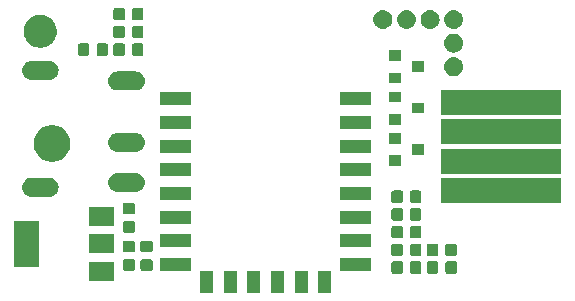
<source format=gbr>
G04 #@! TF.GenerationSoftware,KiCad,Pcbnew,5.0.1*
G04 #@! TF.CreationDate,2019-01-30T09:30:50+01:00*
G04 #@! TF.ProjectId,esp8266_rgb_strip_controller,657370383236365F736578795F737472,rev?*
G04 #@! TF.SameCoordinates,Original*
G04 #@! TF.FileFunction,Soldermask,Top*
G04 #@! TF.FilePolarity,Negative*
%FSLAX46Y46*%
G04 Gerber Fmt 4.6, Leading zero omitted, Abs format (unit mm)*
G04 Created by KiCad (PCBNEW 5.0.1) date Wed 30 Jan 2019 09:30:50 AM CET*
%MOMM*%
%LPD*%
G01*
G04 APERTURE LIST*
%ADD10C,0.100000*%
G04 APERTURE END LIST*
D10*
G36*
X112626001Y-84176001D02*
X111524001Y-84176001D01*
X111524001Y-82274001D01*
X112626001Y-82274001D01*
X112626001Y-84176001D01*
X112626001Y-84176001D01*
G37*
G36*
X120626001Y-84176001D02*
X119524001Y-84176001D01*
X119524001Y-82274001D01*
X120626001Y-82274001D01*
X120626001Y-84176001D01*
X120626001Y-84176001D01*
G37*
G36*
X122626001Y-84176001D02*
X121524001Y-84176001D01*
X121524001Y-82274001D01*
X122626001Y-82274001D01*
X122626001Y-84176001D01*
X122626001Y-84176001D01*
G37*
G36*
X118626001Y-84176001D02*
X117524001Y-84176001D01*
X117524001Y-82274001D01*
X118626001Y-82274001D01*
X118626001Y-84176001D01*
X118626001Y-84176001D01*
G37*
G36*
X114626001Y-84176001D02*
X113524001Y-84176001D01*
X113524001Y-82274001D01*
X114626001Y-82274001D01*
X114626001Y-84176001D01*
X114626001Y-84176001D01*
G37*
G36*
X116626001Y-84176001D02*
X115524001Y-84176001D01*
X115524001Y-82274001D01*
X116626001Y-82274001D01*
X116626001Y-84176001D01*
X116626001Y-84176001D01*
G37*
G36*
X104201000Y-83101000D02*
X102099000Y-83101000D01*
X102099000Y-81499000D01*
X104201000Y-81499000D01*
X104201000Y-83101000D01*
X104201000Y-83101000D01*
G37*
G36*
X130129591Y-81478085D02*
X130163569Y-81488393D01*
X130194887Y-81505133D01*
X130222339Y-81527661D01*
X130244867Y-81555113D01*
X130261607Y-81586431D01*
X130271915Y-81620409D01*
X130276000Y-81661890D01*
X130276000Y-82338110D01*
X130271915Y-82379591D01*
X130261607Y-82413569D01*
X130244867Y-82444887D01*
X130222339Y-82472339D01*
X130194887Y-82494867D01*
X130163569Y-82511607D01*
X130129591Y-82521915D01*
X130088110Y-82526000D01*
X129486890Y-82526000D01*
X129445409Y-82521915D01*
X129411431Y-82511607D01*
X129380113Y-82494867D01*
X129352661Y-82472339D01*
X129330133Y-82444887D01*
X129313393Y-82413569D01*
X129303085Y-82379591D01*
X129299000Y-82338110D01*
X129299000Y-81661890D01*
X129303085Y-81620409D01*
X129313393Y-81586431D01*
X129330133Y-81555113D01*
X129352661Y-81527661D01*
X129380113Y-81505133D01*
X129411431Y-81488393D01*
X129445409Y-81478085D01*
X129486890Y-81474000D01*
X130088110Y-81474000D01*
X130129591Y-81478085D01*
X130129591Y-81478085D01*
G37*
G36*
X133129591Y-81478085D02*
X133163569Y-81488393D01*
X133194887Y-81505133D01*
X133222339Y-81527661D01*
X133244867Y-81555113D01*
X133261607Y-81586431D01*
X133271915Y-81620409D01*
X133276000Y-81661890D01*
X133276000Y-82338110D01*
X133271915Y-82379591D01*
X133261607Y-82413569D01*
X133244867Y-82444887D01*
X133222339Y-82472339D01*
X133194887Y-82494867D01*
X133163569Y-82511607D01*
X133129591Y-82521915D01*
X133088110Y-82526000D01*
X132486890Y-82526000D01*
X132445409Y-82521915D01*
X132411431Y-82511607D01*
X132380113Y-82494867D01*
X132352661Y-82472339D01*
X132330133Y-82444887D01*
X132313393Y-82413569D01*
X132303085Y-82379591D01*
X132299000Y-82338110D01*
X132299000Y-81661890D01*
X132303085Y-81620409D01*
X132313393Y-81586431D01*
X132330133Y-81555113D01*
X132352661Y-81527661D01*
X132380113Y-81505133D01*
X132411431Y-81488393D01*
X132445409Y-81478085D01*
X132486890Y-81474000D01*
X133088110Y-81474000D01*
X133129591Y-81478085D01*
X133129591Y-81478085D01*
G37*
G36*
X128554591Y-81478085D02*
X128588569Y-81488393D01*
X128619887Y-81505133D01*
X128647339Y-81527661D01*
X128669867Y-81555113D01*
X128686607Y-81586431D01*
X128696915Y-81620409D01*
X128701000Y-81661890D01*
X128701000Y-82338110D01*
X128696915Y-82379591D01*
X128686607Y-82413569D01*
X128669867Y-82444887D01*
X128647339Y-82472339D01*
X128619887Y-82494867D01*
X128588569Y-82511607D01*
X128554591Y-82521915D01*
X128513110Y-82526000D01*
X127911890Y-82526000D01*
X127870409Y-82521915D01*
X127836431Y-82511607D01*
X127805113Y-82494867D01*
X127777661Y-82472339D01*
X127755133Y-82444887D01*
X127738393Y-82413569D01*
X127728085Y-82379591D01*
X127724000Y-82338110D01*
X127724000Y-81661890D01*
X127728085Y-81620409D01*
X127738393Y-81586431D01*
X127755133Y-81555113D01*
X127777661Y-81527661D01*
X127805113Y-81505133D01*
X127836431Y-81488393D01*
X127870409Y-81478085D01*
X127911890Y-81474000D01*
X128513110Y-81474000D01*
X128554591Y-81478085D01*
X128554591Y-81478085D01*
G37*
G36*
X131554591Y-81478085D02*
X131588569Y-81488393D01*
X131619887Y-81505133D01*
X131647339Y-81527661D01*
X131669867Y-81555113D01*
X131686607Y-81586431D01*
X131696915Y-81620409D01*
X131701000Y-81661890D01*
X131701000Y-82338110D01*
X131696915Y-82379591D01*
X131686607Y-82413569D01*
X131669867Y-82444887D01*
X131647339Y-82472339D01*
X131619887Y-82494867D01*
X131588569Y-82511607D01*
X131554591Y-82521915D01*
X131513110Y-82526000D01*
X130911890Y-82526000D01*
X130870409Y-82521915D01*
X130836431Y-82511607D01*
X130805113Y-82494867D01*
X130777661Y-82472339D01*
X130755133Y-82444887D01*
X130738393Y-82413569D01*
X130728085Y-82379591D01*
X130724000Y-82338110D01*
X130724000Y-81661890D01*
X130728085Y-81620409D01*
X130738393Y-81586431D01*
X130755133Y-81555113D01*
X130777661Y-81527661D01*
X130805113Y-81505133D01*
X130836431Y-81488393D01*
X130870409Y-81478085D01*
X130911890Y-81474000D01*
X131513110Y-81474000D01*
X131554591Y-81478085D01*
X131554591Y-81478085D01*
G37*
G36*
X110776001Y-82276001D02*
X108174001Y-82276001D01*
X108174001Y-81174001D01*
X110776001Y-81174001D01*
X110776001Y-82276001D01*
X110776001Y-82276001D01*
G37*
G36*
X125976001Y-82276001D02*
X123374001Y-82276001D01*
X123374001Y-81174001D01*
X125976001Y-81174001D01*
X125976001Y-82276001D01*
X125976001Y-82276001D01*
G37*
G36*
X105879591Y-81303085D02*
X105913569Y-81313393D01*
X105944887Y-81330133D01*
X105972339Y-81352661D01*
X105994867Y-81380113D01*
X106011607Y-81411431D01*
X106021915Y-81445409D01*
X106026000Y-81486890D01*
X106026000Y-82088110D01*
X106021915Y-82129591D01*
X106011607Y-82163569D01*
X105994867Y-82194887D01*
X105972339Y-82222339D01*
X105944887Y-82244867D01*
X105913569Y-82261607D01*
X105879591Y-82271915D01*
X105838110Y-82276000D01*
X105161890Y-82276000D01*
X105120409Y-82271915D01*
X105086431Y-82261607D01*
X105055113Y-82244867D01*
X105027661Y-82222339D01*
X105005133Y-82194887D01*
X104988393Y-82163569D01*
X104978085Y-82129591D01*
X104974000Y-82088110D01*
X104974000Y-81486890D01*
X104978085Y-81445409D01*
X104988393Y-81411431D01*
X105005133Y-81380113D01*
X105027661Y-81352661D01*
X105055113Y-81330133D01*
X105086431Y-81313393D01*
X105120409Y-81303085D01*
X105161890Y-81299000D01*
X105838110Y-81299000D01*
X105879591Y-81303085D01*
X105879591Y-81303085D01*
G37*
G36*
X107379591Y-81303085D02*
X107413569Y-81313393D01*
X107444887Y-81330133D01*
X107472339Y-81352661D01*
X107494867Y-81380113D01*
X107511607Y-81411431D01*
X107521915Y-81445409D01*
X107526000Y-81486890D01*
X107526000Y-82088110D01*
X107521915Y-82129591D01*
X107511607Y-82163569D01*
X107494867Y-82194887D01*
X107472339Y-82222339D01*
X107444887Y-82244867D01*
X107413569Y-82261607D01*
X107379591Y-82271915D01*
X107338110Y-82276000D01*
X106661890Y-82276000D01*
X106620409Y-82271915D01*
X106586431Y-82261607D01*
X106555113Y-82244867D01*
X106527661Y-82222339D01*
X106505133Y-82194887D01*
X106488393Y-82163569D01*
X106478085Y-82129591D01*
X106474000Y-82088110D01*
X106474000Y-81486890D01*
X106478085Y-81445409D01*
X106488393Y-81411431D01*
X106505133Y-81380113D01*
X106527661Y-81352661D01*
X106555113Y-81330133D01*
X106586431Y-81313393D01*
X106620409Y-81303085D01*
X106661890Y-81299000D01*
X107338110Y-81299000D01*
X107379591Y-81303085D01*
X107379591Y-81303085D01*
G37*
G36*
X97901000Y-81951000D02*
X95799000Y-81951000D01*
X95799000Y-78049000D01*
X97901000Y-78049000D01*
X97901000Y-81951000D01*
X97901000Y-81951000D01*
G37*
G36*
X133129591Y-79978085D02*
X133163569Y-79988393D01*
X133194887Y-80005133D01*
X133222339Y-80027661D01*
X133244867Y-80055113D01*
X133261607Y-80086431D01*
X133271915Y-80120409D01*
X133276000Y-80161890D01*
X133276000Y-80838110D01*
X133271915Y-80879591D01*
X133261607Y-80913569D01*
X133244867Y-80944887D01*
X133222339Y-80972339D01*
X133194887Y-80994867D01*
X133163569Y-81011607D01*
X133129591Y-81021915D01*
X133088110Y-81026000D01*
X132486890Y-81026000D01*
X132445409Y-81021915D01*
X132411431Y-81011607D01*
X132380113Y-80994867D01*
X132352661Y-80972339D01*
X132330133Y-80944887D01*
X132313393Y-80913569D01*
X132303085Y-80879591D01*
X132299000Y-80838110D01*
X132299000Y-80161890D01*
X132303085Y-80120409D01*
X132313393Y-80086431D01*
X132330133Y-80055113D01*
X132352661Y-80027661D01*
X132380113Y-80005133D01*
X132411431Y-79988393D01*
X132445409Y-79978085D01*
X132486890Y-79974000D01*
X133088110Y-79974000D01*
X133129591Y-79978085D01*
X133129591Y-79978085D01*
G37*
G36*
X131554591Y-79978085D02*
X131588569Y-79988393D01*
X131619887Y-80005133D01*
X131647339Y-80027661D01*
X131669867Y-80055113D01*
X131686607Y-80086431D01*
X131696915Y-80120409D01*
X131701000Y-80161890D01*
X131701000Y-80838110D01*
X131696915Y-80879591D01*
X131686607Y-80913569D01*
X131669867Y-80944887D01*
X131647339Y-80972339D01*
X131619887Y-80994867D01*
X131588569Y-81011607D01*
X131554591Y-81021915D01*
X131513110Y-81026000D01*
X130911890Y-81026000D01*
X130870409Y-81021915D01*
X130836431Y-81011607D01*
X130805113Y-80994867D01*
X130777661Y-80972339D01*
X130755133Y-80944887D01*
X130738393Y-80913569D01*
X130728085Y-80879591D01*
X130724000Y-80838110D01*
X130724000Y-80161890D01*
X130728085Y-80120409D01*
X130738393Y-80086431D01*
X130755133Y-80055113D01*
X130777661Y-80027661D01*
X130805113Y-80005133D01*
X130836431Y-79988393D01*
X130870409Y-79978085D01*
X130911890Y-79974000D01*
X131513110Y-79974000D01*
X131554591Y-79978085D01*
X131554591Y-79978085D01*
G37*
G36*
X128554591Y-79978085D02*
X128588569Y-79988393D01*
X128619887Y-80005133D01*
X128647339Y-80027661D01*
X128669867Y-80055113D01*
X128686607Y-80086431D01*
X128696915Y-80120409D01*
X128701000Y-80161890D01*
X128701000Y-80838110D01*
X128696915Y-80879591D01*
X128686607Y-80913569D01*
X128669867Y-80944887D01*
X128647339Y-80972339D01*
X128619887Y-80994867D01*
X128588569Y-81011607D01*
X128554591Y-81021915D01*
X128513110Y-81026000D01*
X127911890Y-81026000D01*
X127870409Y-81021915D01*
X127836431Y-81011607D01*
X127805113Y-80994867D01*
X127777661Y-80972339D01*
X127755133Y-80944887D01*
X127738393Y-80913569D01*
X127728085Y-80879591D01*
X127724000Y-80838110D01*
X127724000Y-80161890D01*
X127728085Y-80120409D01*
X127738393Y-80086431D01*
X127755133Y-80055113D01*
X127777661Y-80027661D01*
X127805113Y-80005133D01*
X127836431Y-79988393D01*
X127870409Y-79978085D01*
X127911890Y-79974000D01*
X128513110Y-79974000D01*
X128554591Y-79978085D01*
X128554591Y-79978085D01*
G37*
G36*
X130129591Y-79978085D02*
X130163569Y-79988393D01*
X130194887Y-80005133D01*
X130222339Y-80027661D01*
X130244867Y-80055113D01*
X130261607Y-80086431D01*
X130271915Y-80120409D01*
X130276000Y-80161890D01*
X130276000Y-80838110D01*
X130271915Y-80879591D01*
X130261607Y-80913569D01*
X130244867Y-80944887D01*
X130222339Y-80972339D01*
X130194887Y-80994867D01*
X130163569Y-81011607D01*
X130129591Y-81021915D01*
X130088110Y-81026000D01*
X129486890Y-81026000D01*
X129445409Y-81021915D01*
X129411431Y-81011607D01*
X129380113Y-80994867D01*
X129352661Y-80972339D01*
X129330133Y-80944887D01*
X129313393Y-80913569D01*
X129303085Y-80879591D01*
X129299000Y-80838110D01*
X129299000Y-80161890D01*
X129303085Y-80120409D01*
X129313393Y-80086431D01*
X129330133Y-80055113D01*
X129352661Y-80027661D01*
X129380113Y-80005133D01*
X129411431Y-79988393D01*
X129445409Y-79978085D01*
X129486890Y-79974000D01*
X130088110Y-79974000D01*
X130129591Y-79978085D01*
X130129591Y-79978085D01*
G37*
G36*
X104201000Y-80801000D02*
X102099000Y-80801000D01*
X102099000Y-79199000D01*
X104201000Y-79199000D01*
X104201000Y-80801000D01*
X104201000Y-80801000D01*
G37*
G36*
X107379591Y-79728085D02*
X107413569Y-79738393D01*
X107444887Y-79755133D01*
X107472339Y-79777661D01*
X107494867Y-79805113D01*
X107511607Y-79836431D01*
X107521915Y-79870409D01*
X107526000Y-79911890D01*
X107526000Y-80513110D01*
X107521915Y-80554591D01*
X107511607Y-80588569D01*
X107494867Y-80619887D01*
X107472339Y-80647339D01*
X107444887Y-80669867D01*
X107413569Y-80686607D01*
X107379591Y-80696915D01*
X107338110Y-80701000D01*
X106661890Y-80701000D01*
X106620409Y-80696915D01*
X106586431Y-80686607D01*
X106555113Y-80669867D01*
X106527661Y-80647339D01*
X106505133Y-80619887D01*
X106488393Y-80588569D01*
X106478085Y-80554591D01*
X106474000Y-80513110D01*
X106474000Y-79911890D01*
X106478085Y-79870409D01*
X106488393Y-79836431D01*
X106505133Y-79805113D01*
X106527661Y-79777661D01*
X106555113Y-79755133D01*
X106586431Y-79738393D01*
X106620409Y-79728085D01*
X106661890Y-79724000D01*
X107338110Y-79724000D01*
X107379591Y-79728085D01*
X107379591Y-79728085D01*
G37*
G36*
X105879591Y-79728085D02*
X105913569Y-79738393D01*
X105944887Y-79755133D01*
X105972339Y-79777661D01*
X105994867Y-79805113D01*
X106011607Y-79836431D01*
X106021915Y-79870409D01*
X106026000Y-79911890D01*
X106026000Y-80513110D01*
X106021915Y-80554591D01*
X106011607Y-80588569D01*
X105994867Y-80619887D01*
X105972339Y-80647339D01*
X105944887Y-80669867D01*
X105913569Y-80686607D01*
X105879591Y-80696915D01*
X105838110Y-80701000D01*
X105161890Y-80701000D01*
X105120409Y-80696915D01*
X105086431Y-80686607D01*
X105055113Y-80669867D01*
X105027661Y-80647339D01*
X105005133Y-80619887D01*
X104988393Y-80588569D01*
X104978085Y-80554591D01*
X104974000Y-80513110D01*
X104974000Y-79911890D01*
X104978085Y-79870409D01*
X104988393Y-79836431D01*
X105005133Y-79805113D01*
X105027661Y-79777661D01*
X105055113Y-79755133D01*
X105086431Y-79738393D01*
X105120409Y-79728085D01*
X105161890Y-79724000D01*
X105838110Y-79724000D01*
X105879591Y-79728085D01*
X105879591Y-79728085D01*
G37*
G36*
X110776001Y-80276001D02*
X108174001Y-80276001D01*
X108174001Y-79174001D01*
X110776001Y-79174001D01*
X110776001Y-80276001D01*
X110776001Y-80276001D01*
G37*
G36*
X125976001Y-80276001D02*
X123374001Y-80276001D01*
X123374001Y-79174001D01*
X125976001Y-79174001D01*
X125976001Y-80276001D01*
X125976001Y-80276001D01*
G37*
G36*
X130129591Y-78478085D02*
X130163569Y-78488393D01*
X130194887Y-78505133D01*
X130222339Y-78527661D01*
X130244867Y-78555113D01*
X130261607Y-78586431D01*
X130271915Y-78620409D01*
X130276000Y-78661890D01*
X130276000Y-79338110D01*
X130271915Y-79379591D01*
X130261607Y-79413569D01*
X130244867Y-79444887D01*
X130222339Y-79472339D01*
X130194887Y-79494867D01*
X130163569Y-79511607D01*
X130129591Y-79521915D01*
X130088110Y-79526000D01*
X129486890Y-79526000D01*
X129445409Y-79521915D01*
X129411431Y-79511607D01*
X129380113Y-79494867D01*
X129352661Y-79472339D01*
X129330133Y-79444887D01*
X129313393Y-79413569D01*
X129303085Y-79379591D01*
X129299000Y-79338110D01*
X129299000Y-78661890D01*
X129303085Y-78620409D01*
X129313393Y-78586431D01*
X129330133Y-78555113D01*
X129352661Y-78527661D01*
X129380113Y-78505133D01*
X129411431Y-78488393D01*
X129445409Y-78478085D01*
X129486890Y-78474000D01*
X130088110Y-78474000D01*
X130129591Y-78478085D01*
X130129591Y-78478085D01*
G37*
G36*
X128554591Y-78478085D02*
X128588569Y-78488393D01*
X128619887Y-78505133D01*
X128647339Y-78527661D01*
X128669867Y-78555113D01*
X128686607Y-78586431D01*
X128696915Y-78620409D01*
X128701000Y-78661890D01*
X128701000Y-79338110D01*
X128696915Y-79379591D01*
X128686607Y-79413569D01*
X128669867Y-79444887D01*
X128647339Y-79472339D01*
X128619887Y-79494867D01*
X128588569Y-79511607D01*
X128554591Y-79521915D01*
X128513110Y-79526000D01*
X127911890Y-79526000D01*
X127870409Y-79521915D01*
X127836431Y-79511607D01*
X127805113Y-79494867D01*
X127777661Y-79472339D01*
X127755133Y-79444887D01*
X127738393Y-79413569D01*
X127728085Y-79379591D01*
X127724000Y-79338110D01*
X127724000Y-78661890D01*
X127728085Y-78620409D01*
X127738393Y-78586431D01*
X127755133Y-78555113D01*
X127777661Y-78527661D01*
X127805113Y-78505133D01*
X127836431Y-78488393D01*
X127870409Y-78478085D01*
X127911890Y-78474000D01*
X128513110Y-78474000D01*
X128554591Y-78478085D01*
X128554591Y-78478085D01*
G37*
G36*
X105879591Y-78090585D02*
X105913569Y-78100893D01*
X105944887Y-78117633D01*
X105972339Y-78140161D01*
X105994867Y-78167613D01*
X106011607Y-78198931D01*
X106021915Y-78232909D01*
X106026000Y-78274390D01*
X106026000Y-78875610D01*
X106021915Y-78917091D01*
X106011607Y-78951069D01*
X105994867Y-78982387D01*
X105972339Y-79009839D01*
X105944887Y-79032367D01*
X105913569Y-79049107D01*
X105879591Y-79059415D01*
X105838110Y-79063500D01*
X105161890Y-79063500D01*
X105120409Y-79059415D01*
X105086431Y-79049107D01*
X105055113Y-79032367D01*
X105027661Y-79009839D01*
X105005133Y-78982387D01*
X104988393Y-78951069D01*
X104978085Y-78917091D01*
X104974000Y-78875610D01*
X104974000Y-78274390D01*
X104978085Y-78232909D01*
X104988393Y-78198931D01*
X105005133Y-78167613D01*
X105027661Y-78140161D01*
X105055113Y-78117633D01*
X105086431Y-78100893D01*
X105120409Y-78090585D01*
X105161890Y-78086500D01*
X105838110Y-78086500D01*
X105879591Y-78090585D01*
X105879591Y-78090585D01*
G37*
G36*
X104201000Y-78501000D02*
X102099000Y-78501000D01*
X102099000Y-76899000D01*
X104201000Y-76899000D01*
X104201000Y-78501000D01*
X104201000Y-78501000D01*
G37*
G36*
X110776001Y-78276001D02*
X108174001Y-78276001D01*
X108174001Y-77174001D01*
X110776001Y-77174001D01*
X110776001Y-78276001D01*
X110776001Y-78276001D01*
G37*
G36*
X125976001Y-78276001D02*
X123374001Y-78276001D01*
X123374001Y-77174001D01*
X125976001Y-77174001D01*
X125976001Y-78276001D01*
X125976001Y-78276001D01*
G37*
G36*
X128554591Y-76978085D02*
X128588569Y-76988393D01*
X128619887Y-77005133D01*
X128647339Y-77027661D01*
X128669867Y-77055113D01*
X128686607Y-77086431D01*
X128696915Y-77120409D01*
X128701000Y-77161890D01*
X128701000Y-77838110D01*
X128696915Y-77879591D01*
X128686607Y-77913569D01*
X128669867Y-77944887D01*
X128647339Y-77972339D01*
X128619887Y-77994867D01*
X128588569Y-78011607D01*
X128554591Y-78021915D01*
X128513110Y-78026000D01*
X127911890Y-78026000D01*
X127870409Y-78021915D01*
X127836431Y-78011607D01*
X127805113Y-77994867D01*
X127777661Y-77972339D01*
X127755133Y-77944887D01*
X127738393Y-77913569D01*
X127728085Y-77879591D01*
X127724000Y-77838110D01*
X127724000Y-77161890D01*
X127728085Y-77120409D01*
X127738393Y-77086431D01*
X127755133Y-77055113D01*
X127777661Y-77027661D01*
X127805113Y-77005133D01*
X127836431Y-76988393D01*
X127870409Y-76978085D01*
X127911890Y-76974000D01*
X128513110Y-76974000D01*
X128554591Y-76978085D01*
X128554591Y-76978085D01*
G37*
G36*
X130129591Y-76978085D02*
X130163569Y-76988393D01*
X130194887Y-77005133D01*
X130222339Y-77027661D01*
X130244867Y-77055113D01*
X130261607Y-77086431D01*
X130271915Y-77120409D01*
X130276000Y-77161890D01*
X130276000Y-77838110D01*
X130271915Y-77879591D01*
X130261607Y-77913569D01*
X130244867Y-77944887D01*
X130222339Y-77972339D01*
X130194887Y-77994867D01*
X130163569Y-78011607D01*
X130129591Y-78021915D01*
X130088110Y-78026000D01*
X129486890Y-78026000D01*
X129445409Y-78021915D01*
X129411431Y-78011607D01*
X129380113Y-77994867D01*
X129352661Y-77972339D01*
X129330133Y-77944887D01*
X129313393Y-77913569D01*
X129303085Y-77879591D01*
X129299000Y-77838110D01*
X129299000Y-77161890D01*
X129303085Y-77120409D01*
X129313393Y-77086431D01*
X129330133Y-77055113D01*
X129352661Y-77027661D01*
X129380113Y-77005133D01*
X129411431Y-76988393D01*
X129445409Y-76978085D01*
X129486890Y-76974000D01*
X130088110Y-76974000D01*
X130129591Y-76978085D01*
X130129591Y-76978085D01*
G37*
G36*
X105879591Y-76515585D02*
X105913569Y-76525893D01*
X105944887Y-76542633D01*
X105972339Y-76565161D01*
X105994867Y-76592613D01*
X106011607Y-76623931D01*
X106021915Y-76657909D01*
X106026000Y-76699390D01*
X106026000Y-77300610D01*
X106021915Y-77342091D01*
X106011607Y-77376069D01*
X105994867Y-77407387D01*
X105972339Y-77434839D01*
X105944887Y-77457367D01*
X105913569Y-77474107D01*
X105879591Y-77484415D01*
X105838110Y-77488500D01*
X105161890Y-77488500D01*
X105120409Y-77484415D01*
X105086431Y-77474107D01*
X105055113Y-77457367D01*
X105027661Y-77434839D01*
X105005133Y-77407387D01*
X104988393Y-77376069D01*
X104978085Y-77342091D01*
X104974000Y-77300610D01*
X104974000Y-76699390D01*
X104978085Y-76657909D01*
X104988393Y-76623931D01*
X105005133Y-76592613D01*
X105027661Y-76565161D01*
X105055113Y-76542633D01*
X105086431Y-76525893D01*
X105120409Y-76515585D01*
X105161890Y-76511500D01*
X105838110Y-76511500D01*
X105879591Y-76515585D01*
X105879591Y-76515585D01*
G37*
G36*
X142051000Y-76551000D02*
X131949000Y-76551000D01*
X131949000Y-74449000D01*
X142051000Y-74449000D01*
X142051000Y-76551000D01*
X142051000Y-76551000D01*
G37*
G36*
X130129591Y-75478085D02*
X130163569Y-75488393D01*
X130194887Y-75505133D01*
X130222339Y-75527661D01*
X130244867Y-75555113D01*
X130261607Y-75586431D01*
X130271915Y-75620409D01*
X130276000Y-75661890D01*
X130276000Y-76338110D01*
X130271915Y-76379591D01*
X130261607Y-76413569D01*
X130244867Y-76444887D01*
X130222339Y-76472339D01*
X130194887Y-76494867D01*
X130163569Y-76511607D01*
X130129591Y-76521915D01*
X130088110Y-76526000D01*
X129486890Y-76526000D01*
X129445409Y-76521915D01*
X129411431Y-76511607D01*
X129380113Y-76494867D01*
X129352661Y-76472339D01*
X129330133Y-76444887D01*
X129313393Y-76413569D01*
X129303085Y-76379591D01*
X129299000Y-76338110D01*
X129299000Y-75661890D01*
X129303085Y-75620409D01*
X129313393Y-75586431D01*
X129330133Y-75555113D01*
X129352661Y-75527661D01*
X129380113Y-75505133D01*
X129411431Y-75488393D01*
X129445409Y-75478085D01*
X129486890Y-75474000D01*
X130088110Y-75474000D01*
X130129591Y-75478085D01*
X130129591Y-75478085D01*
G37*
G36*
X128554591Y-75478085D02*
X128588569Y-75488393D01*
X128619887Y-75505133D01*
X128647339Y-75527661D01*
X128669867Y-75555113D01*
X128686607Y-75586431D01*
X128696915Y-75620409D01*
X128701000Y-75661890D01*
X128701000Y-76338110D01*
X128696915Y-76379591D01*
X128686607Y-76413569D01*
X128669867Y-76444887D01*
X128647339Y-76472339D01*
X128619887Y-76494867D01*
X128588569Y-76511607D01*
X128554591Y-76521915D01*
X128513110Y-76526000D01*
X127911890Y-76526000D01*
X127870409Y-76521915D01*
X127836431Y-76511607D01*
X127805113Y-76494867D01*
X127777661Y-76472339D01*
X127755133Y-76444887D01*
X127738393Y-76413569D01*
X127728085Y-76379591D01*
X127724000Y-76338110D01*
X127724000Y-75661890D01*
X127728085Y-75620409D01*
X127738393Y-75586431D01*
X127755133Y-75555113D01*
X127777661Y-75527661D01*
X127805113Y-75505133D01*
X127836431Y-75488393D01*
X127870409Y-75478085D01*
X127911890Y-75474000D01*
X128513110Y-75474000D01*
X128554591Y-75478085D01*
X128554591Y-75478085D01*
G37*
G36*
X125976001Y-76276001D02*
X123374001Y-76276001D01*
X123374001Y-75174001D01*
X125976001Y-75174001D01*
X125976001Y-76276001D01*
X125976001Y-76276001D01*
G37*
G36*
X110776001Y-76276001D02*
X108174001Y-76276001D01*
X108174001Y-75174001D01*
X110776001Y-75174001D01*
X110776001Y-76276001D01*
X110776001Y-76276001D01*
G37*
G36*
X98907025Y-74410590D02*
X99058012Y-74456392D01*
X99197165Y-74530770D01*
X99319133Y-74630867D01*
X99419230Y-74752835D01*
X99493608Y-74891988D01*
X99539410Y-75042975D01*
X99554875Y-75200000D01*
X99539410Y-75357025D01*
X99493608Y-75508012D01*
X99419230Y-75647165D01*
X99319133Y-75769133D01*
X99197165Y-75869230D01*
X99058012Y-75943608D01*
X98907025Y-75989410D01*
X98789346Y-76001000D01*
X97210654Y-76001000D01*
X97092975Y-75989410D01*
X96941988Y-75943608D01*
X96802835Y-75869230D01*
X96680867Y-75769133D01*
X96580770Y-75647165D01*
X96506392Y-75508012D01*
X96460590Y-75357025D01*
X96445125Y-75200000D01*
X96460590Y-75042975D01*
X96506392Y-74891988D01*
X96580770Y-74752835D01*
X96680867Y-74630867D01*
X96802835Y-74530770D01*
X96941988Y-74456392D01*
X97092975Y-74410590D01*
X97210654Y-74399000D01*
X98789346Y-74399000D01*
X98907025Y-74410590D01*
X98907025Y-74410590D01*
G37*
G36*
X106207025Y-74010590D02*
X106358012Y-74056392D01*
X106497165Y-74130770D01*
X106619133Y-74230867D01*
X106719230Y-74352835D01*
X106793608Y-74491988D01*
X106839410Y-74642975D01*
X106854875Y-74800000D01*
X106839410Y-74957025D01*
X106793608Y-75108012D01*
X106719230Y-75247165D01*
X106619133Y-75369133D01*
X106497165Y-75469230D01*
X106358012Y-75543608D01*
X106207025Y-75589410D01*
X106089346Y-75601000D01*
X104510654Y-75601000D01*
X104392975Y-75589410D01*
X104241988Y-75543608D01*
X104102835Y-75469230D01*
X103980867Y-75369133D01*
X103880770Y-75247165D01*
X103806392Y-75108012D01*
X103760590Y-74957025D01*
X103745125Y-74800000D01*
X103760590Y-74642975D01*
X103806392Y-74491988D01*
X103880770Y-74352835D01*
X103980867Y-74230867D01*
X104102835Y-74130770D01*
X104241988Y-74056392D01*
X104392975Y-74010590D01*
X104510654Y-73999000D01*
X106089346Y-73999000D01*
X106207025Y-74010590D01*
X106207025Y-74010590D01*
G37*
G36*
X125976001Y-74276001D02*
X123374001Y-74276001D01*
X123374001Y-73174001D01*
X125976001Y-73174001D01*
X125976001Y-74276001D01*
X125976001Y-74276001D01*
G37*
G36*
X110776001Y-74276001D02*
X108174001Y-74276001D01*
X108174001Y-73174001D01*
X110776001Y-73174001D01*
X110776001Y-74276001D01*
X110776001Y-74276001D01*
G37*
G36*
X142051000Y-74051000D02*
X131949000Y-74051000D01*
X131949000Y-71949000D01*
X142051000Y-71949000D01*
X142051000Y-74051000D01*
X142051000Y-74051000D01*
G37*
G36*
X128501000Y-73401000D02*
X127499000Y-73401000D01*
X127499000Y-72499000D01*
X128501000Y-72499000D01*
X128501000Y-73401000D01*
X128501000Y-73401000D01*
G37*
G36*
X99352527Y-69988736D02*
X99452410Y-70008604D01*
X99734674Y-70125521D01*
X99988705Y-70295259D01*
X100204741Y-70511295D01*
X100374479Y-70765326D01*
X100452147Y-70952835D01*
X100491396Y-71047591D01*
X100530261Y-71242975D01*
X100551000Y-71347240D01*
X100551000Y-71652760D01*
X100491396Y-71952410D01*
X100374479Y-72234674D01*
X100204741Y-72488705D01*
X99988705Y-72704741D01*
X99734674Y-72874479D01*
X99452410Y-72991396D01*
X99352527Y-73011264D01*
X99152762Y-73051000D01*
X98847238Y-73051000D01*
X98647473Y-73011264D01*
X98547590Y-72991396D01*
X98265326Y-72874479D01*
X98011295Y-72704741D01*
X97795259Y-72488705D01*
X97625521Y-72234674D01*
X97508604Y-71952410D01*
X97449000Y-71652760D01*
X97449000Y-71347240D01*
X97469740Y-71242975D01*
X97508604Y-71047591D01*
X97547853Y-70952835D01*
X97625521Y-70765326D01*
X97795259Y-70511295D01*
X98011295Y-70295259D01*
X98265326Y-70125521D01*
X98547590Y-70008604D01*
X98647473Y-69988736D01*
X98847238Y-69949000D01*
X99152762Y-69949000D01*
X99352527Y-69988736D01*
X99352527Y-69988736D01*
G37*
G36*
X130501000Y-72451000D02*
X129499000Y-72451000D01*
X129499000Y-71549000D01*
X130501000Y-71549000D01*
X130501000Y-72451000D01*
X130501000Y-72451000D01*
G37*
G36*
X110776001Y-72276001D02*
X108174001Y-72276001D01*
X108174001Y-71174001D01*
X110776001Y-71174001D01*
X110776001Y-72276001D01*
X110776001Y-72276001D01*
G37*
G36*
X125976001Y-72276001D02*
X123374001Y-72276001D01*
X123374001Y-71174001D01*
X125976001Y-71174001D01*
X125976001Y-72276001D01*
X125976001Y-72276001D01*
G37*
G36*
X106207025Y-70610590D02*
X106358012Y-70656392D01*
X106497165Y-70730770D01*
X106619133Y-70830867D01*
X106719230Y-70952835D01*
X106793608Y-71091988D01*
X106839410Y-71242975D01*
X106854875Y-71400000D01*
X106839410Y-71557025D01*
X106793608Y-71708012D01*
X106719230Y-71847165D01*
X106619133Y-71969133D01*
X106497165Y-72069230D01*
X106358012Y-72143608D01*
X106207025Y-72189410D01*
X106089346Y-72201000D01*
X104510654Y-72201000D01*
X104392975Y-72189410D01*
X104241988Y-72143608D01*
X104102835Y-72069230D01*
X103980867Y-71969133D01*
X103880770Y-71847165D01*
X103806392Y-71708012D01*
X103760590Y-71557025D01*
X103745125Y-71400000D01*
X103760590Y-71242975D01*
X103806392Y-71091988D01*
X103880770Y-70952835D01*
X103980867Y-70830867D01*
X104102835Y-70730770D01*
X104241988Y-70656392D01*
X104392975Y-70610590D01*
X104510654Y-70599000D01*
X106089346Y-70599000D01*
X106207025Y-70610590D01*
X106207025Y-70610590D01*
G37*
G36*
X142051000Y-71551000D02*
X131949000Y-71551000D01*
X131949000Y-69449000D01*
X142051000Y-69449000D01*
X142051000Y-71551000D01*
X142051000Y-71551000D01*
G37*
G36*
X128501000Y-71501000D02*
X127499000Y-71501000D01*
X127499000Y-70599000D01*
X128501000Y-70599000D01*
X128501000Y-71501000D01*
X128501000Y-71501000D01*
G37*
G36*
X125976001Y-70276001D02*
X123374001Y-70276001D01*
X123374001Y-69174001D01*
X125976001Y-69174001D01*
X125976001Y-70276001D01*
X125976001Y-70276001D01*
G37*
G36*
X110776001Y-70276001D02*
X108174001Y-70276001D01*
X108174001Y-69174001D01*
X110776001Y-69174001D01*
X110776001Y-70276001D01*
X110776001Y-70276001D01*
G37*
G36*
X128501000Y-69901000D02*
X127499000Y-69901000D01*
X127499000Y-68999000D01*
X128501000Y-68999000D01*
X128501000Y-69901000D01*
X128501000Y-69901000D01*
G37*
G36*
X142051000Y-69051000D02*
X131949000Y-69051000D01*
X131949000Y-66949000D01*
X142051000Y-66949000D01*
X142051000Y-69051000D01*
X142051000Y-69051000D01*
G37*
G36*
X130501000Y-68951000D02*
X129499000Y-68951000D01*
X129499000Y-68049000D01*
X130501000Y-68049000D01*
X130501000Y-68951000D01*
X130501000Y-68951000D01*
G37*
G36*
X125976001Y-68276001D02*
X123374001Y-68276001D01*
X123374001Y-67174001D01*
X125976001Y-67174001D01*
X125976001Y-68276001D01*
X125976001Y-68276001D01*
G37*
G36*
X110776001Y-68276001D02*
X108174001Y-68276001D01*
X108174001Y-67174001D01*
X110776001Y-67174001D01*
X110776001Y-68276001D01*
X110776001Y-68276001D01*
G37*
G36*
X128501000Y-68001000D02*
X127499000Y-68001000D01*
X127499000Y-67099000D01*
X128501000Y-67099000D01*
X128501000Y-68001000D01*
X128501000Y-68001000D01*
G37*
G36*
X106207025Y-65410590D02*
X106358012Y-65456392D01*
X106497165Y-65530770D01*
X106619133Y-65630867D01*
X106719230Y-65752835D01*
X106793608Y-65891988D01*
X106839410Y-66042975D01*
X106854875Y-66200000D01*
X106839410Y-66357025D01*
X106793608Y-66508012D01*
X106719230Y-66647165D01*
X106619133Y-66769133D01*
X106497165Y-66869230D01*
X106358012Y-66943608D01*
X106207025Y-66989410D01*
X106089346Y-67001000D01*
X104510654Y-67001000D01*
X104392975Y-66989410D01*
X104241988Y-66943608D01*
X104102835Y-66869230D01*
X103980867Y-66769133D01*
X103880770Y-66647165D01*
X103806392Y-66508012D01*
X103760590Y-66357025D01*
X103745125Y-66200000D01*
X103760590Y-66042975D01*
X103806392Y-65891988D01*
X103880770Y-65752835D01*
X103980867Y-65630867D01*
X104102835Y-65530770D01*
X104241988Y-65456392D01*
X104392975Y-65410590D01*
X104510654Y-65399000D01*
X106089346Y-65399000D01*
X106207025Y-65410590D01*
X106207025Y-65410590D01*
G37*
G36*
X128501000Y-66401000D02*
X127499000Y-66401000D01*
X127499000Y-65499000D01*
X128501000Y-65499000D01*
X128501000Y-66401000D01*
X128501000Y-66401000D01*
G37*
G36*
X98907025Y-64510590D02*
X99058012Y-64556392D01*
X99197165Y-64630770D01*
X99319133Y-64730867D01*
X99419230Y-64852835D01*
X99493608Y-64991988D01*
X99539410Y-65142975D01*
X99554875Y-65300000D01*
X99539410Y-65457025D01*
X99493608Y-65608012D01*
X99419230Y-65747165D01*
X99319133Y-65869133D01*
X99197165Y-65969230D01*
X99058012Y-66043608D01*
X98907025Y-66089410D01*
X98789346Y-66101000D01*
X97210654Y-66101000D01*
X97092975Y-66089410D01*
X96941988Y-66043608D01*
X96802835Y-65969230D01*
X96680867Y-65869133D01*
X96580770Y-65747165D01*
X96506392Y-65608012D01*
X96460590Y-65457025D01*
X96445125Y-65300000D01*
X96460590Y-65142975D01*
X96506392Y-64991988D01*
X96580770Y-64852835D01*
X96680867Y-64730867D01*
X96802835Y-64630770D01*
X96941988Y-64556392D01*
X97092975Y-64510590D01*
X97210654Y-64499000D01*
X98789346Y-64499000D01*
X98907025Y-64510590D01*
X98907025Y-64510590D01*
G37*
G36*
X133157025Y-64210590D02*
X133308012Y-64256392D01*
X133447165Y-64330770D01*
X133569133Y-64430867D01*
X133669230Y-64552835D01*
X133743608Y-64691988D01*
X133789410Y-64842975D01*
X133804875Y-65000000D01*
X133789410Y-65157025D01*
X133743608Y-65308012D01*
X133669230Y-65447165D01*
X133569133Y-65569133D01*
X133447165Y-65669230D01*
X133308012Y-65743608D01*
X133157025Y-65789410D01*
X133039346Y-65801000D01*
X132960654Y-65801000D01*
X132842975Y-65789410D01*
X132691988Y-65743608D01*
X132552835Y-65669230D01*
X132430867Y-65569133D01*
X132330770Y-65447165D01*
X132256392Y-65308012D01*
X132210590Y-65157025D01*
X132195125Y-65000000D01*
X132210590Y-64842975D01*
X132256392Y-64691988D01*
X132330770Y-64552835D01*
X132430867Y-64430867D01*
X132552835Y-64330770D01*
X132691988Y-64256392D01*
X132842975Y-64210590D01*
X132960654Y-64199000D01*
X133039346Y-64199000D01*
X133157025Y-64210590D01*
X133157025Y-64210590D01*
G37*
G36*
X130501000Y-65451000D02*
X129499000Y-65451000D01*
X129499000Y-64549000D01*
X130501000Y-64549000D01*
X130501000Y-65451000D01*
X130501000Y-65451000D01*
G37*
G36*
X128501000Y-64501000D02*
X127499000Y-64501000D01*
X127499000Y-63599000D01*
X128501000Y-63599000D01*
X128501000Y-64501000D01*
X128501000Y-64501000D01*
G37*
G36*
X106592091Y-63028085D02*
X106626069Y-63038393D01*
X106657387Y-63055133D01*
X106684839Y-63077661D01*
X106707367Y-63105113D01*
X106724107Y-63136431D01*
X106734415Y-63170409D01*
X106738500Y-63211890D01*
X106738500Y-63888110D01*
X106734415Y-63929591D01*
X106724107Y-63963569D01*
X106707367Y-63994887D01*
X106684839Y-64022339D01*
X106657387Y-64044867D01*
X106626069Y-64061607D01*
X106592091Y-64071915D01*
X106550610Y-64076000D01*
X105949390Y-64076000D01*
X105907909Y-64071915D01*
X105873931Y-64061607D01*
X105842613Y-64044867D01*
X105815161Y-64022339D01*
X105792633Y-63994887D01*
X105775893Y-63963569D01*
X105765585Y-63929591D01*
X105761500Y-63888110D01*
X105761500Y-63211890D01*
X105765585Y-63170409D01*
X105775893Y-63136431D01*
X105792633Y-63105113D01*
X105815161Y-63077661D01*
X105842613Y-63055133D01*
X105873931Y-63038393D01*
X105907909Y-63028085D01*
X105949390Y-63024000D01*
X106550610Y-63024000D01*
X106592091Y-63028085D01*
X106592091Y-63028085D01*
G37*
G36*
X103592091Y-63028085D02*
X103626069Y-63038393D01*
X103657387Y-63055133D01*
X103684839Y-63077661D01*
X103707367Y-63105113D01*
X103724107Y-63136431D01*
X103734415Y-63170409D01*
X103738500Y-63211890D01*
X103738500Y-63888110D01*
X103734415Y-63929591D01*
X103724107Y-63963569D01*
X103707367Y-63994887D01*
X103684839Y-64022339D01*
X103657387Y-64044867D01*
X103626069Y-64061607D01*
X103592091Y-64071915D01*
X103550610Y-64076000D01*
X102949390Y-64076000D01*
X102907909Y-64071915D01*
X102873931Y-64061607D01*
X102842613Y-64044867D01*
X102815161Y-64022339D01*
X102792633Y-63994887D01*
X102775893Y-63963569D01*
X102765585Y-63929591D01*
X102761500Y-63888110D01*
X102761500Y-63211890D01*
X102765585Y-63170409D01*
X102775893Y-63136431D01*
X102792633Y-63105113D01*
X102815161Y-63077661D01*
X102842613Y-63055133D01*
X102873931Y-63038393D01*
X102907909Y-63028085D01*
X102949390Y-63024000D01*
X103550610Y-63024000D01*
X103592091Y-63028085D01*
X103592091Y-63028085D01*
G37*
G36*
X102017091Y-63028085D02*
X102051069Y-63038393D01*
X102082387Y-63055133D01*
X102109839Y-63077661D01*
X102132367Y-63105113D01*
X102149107Y-63136431D01*
X102159415Y-63170409D01*
X102163500Y-63211890D01*
X102163500Y-63888110D01*
X102159415Y-63929591D01*
X102149107Y-63963569D01*
X102132367Y-63994887D01*
X102109839Y-64022339D01*
X102082387Y-64044867D01*
X102051069Y-64061607D01*
X102017091Y-64071915D01*
X101975610Y-64076000D01*
X101374390Y-64076000D01*
X101332909Y-64071915D01*
X101298931Y-64061607D01*
X101267613Y-64044867D01*
X101240161Y-64022339D01*
X101217633Y-63994887D01*
X101200893Y-63963569D01*
X101190585Y-63929591D01*
X101186500Y-63888110D01*
X101186500Y-63211890D01*
X101190585Y-63170409D01*
X101200893Y-63136431D01*
X101217633Y-63105113D01*
X101240161Y-63077661D01*
X101267613Y-63055133D01*
X101298931Y-63038393D01*
X101332909Y-63028085D01*
X101374390Y-63024000D01*
X101975610Y-63024000D01*
X102017091Y-63028085D01*
X102017091Y-63028085D01*
G37*
G36*
X105017091Y-63028085D02*
X105051069Y-63038393D01*
X105082387Y-63055133D01*
X105109839Y-63077661D01*
X105132367Y-63105113D01*
X105149107Y-63136431D01*
X105159415Y-63170409D01*
X105163500Y-63211890D01*
X105163500Y-63888110D01*
X105159415Y-63929591D01*
X105149107Y-63963569D01*
X105132367Y-63994887D01*
X105109839Y-64022339D01*
X105082387Y-64044867D01*
X105051069Y-64061607D01*
X105017091Y-64071915D01*
X104975610Y-64076000D01*
X104374390Y-64076000D01*
X104332909Y-64071915D01*
X104298931Y-64061607D01*
X104267613Y-64044867D01*
X104240161Y-64022339D01*
X104217633Y-63994887D01*
X104200893Y-63963569D01*
X104190585Y-63929591D01*
X104186500Y-63888110D01*
X104186500Y-63211890D01*
X104190585Y-63170409D01*
X104200893Y-63136431D01*
X104217633Y-63105113D01*
X104240161Y-63077661D01*
X104267613Y-63055133D01*
X104298931Y-63038393D01*
X104332909Y-63028085D01*
X104374390Y-63024000D01*
X104975610Y-63024000D01*
X105017091Y-63028085D01*
X105017091Y-63028085D01*
G37*
G36*
X133157025Y-62210590D02*
X133308012Y-62256392D01*
X133447165Y-62330770D01*
X133569133Y-62430867D01*
X133669230Y-62552835D01*
X133743608Y-62691988D01*
X133789410Y-62842975D01*
X133804875Y-63000000D01*
X133789410Y-63157025D01*
X133743608Y-63308012D01*
X133669230Y-63447165D01*
X133569133Y-63569133D01*
X133447165Y-63669230D01*
X133308012Y-63743608D01*
X133157025Y-63789410D01*
X133039346Y-63801000D01*
X132960654Y-63801000D01*
X132842975Y-63789410D01*
X132691988Y-63743608D01*
X132552835Y-63669230D01*
X132430867Y-63569133D01*
X132330770Y-63447165D01*
X132256392Y-63308012D01*
X132210590Y-63157025D01*
X132195125Y-63000000D01*
X132210590Y-62842975D01*
X132256392Y-62691988D01*
X132330770Y-62552835D01*
X132430867Y-62430867D01*
X132552835Y-62330770D01*
X132691988Y-62256392D01*
X132842975Y-62210590D01*
X132960654Y-62199000D01*
X133039346Y-62199000D01*
X133157025Y-62210590D01*
X133157025Y-62210590D01*
G37*
G36*
X98318433Y-60634893D02*
X98408657Y-60652839D01*
X98503170Y-60691988D01*
X98663621Y-60758449D01*
X98893089Y-60911774D01*
X99088226Y-61106911D01*
X99241551Y-61336379D01*
X99287440Y-61447165D01*
X99347161Y-61591343D01*
X99349900Y-61605113D01*
X99401000Y-61862012D01*
X99401000Y-62137988D01*
X99377448Y-62256392D01*
X99347161Y-62408657D01*
X99337961Y-62430867D01*
X99241551Y-62663621D01*
X99088226Y-62893089D01*
X98893089Y-63088226D01*
X98663621Y-63241551D01*
X98514267Y-63303415D01*
X98408657Y-63347161D01*
X98318433Y-63365107D01*
X98137988Y-63401000D01*
X97862012Y-63401000D01*
X97681567Y-63365107D01*
X97591343Y-63347161D01*
X97485733Y-63303415D01*
X97336379Y-63241551D01*
X97106911Y-63088226D01*
X96911774Y-62893089D01*
X96758449Y-62663621D01*
X96662039Y-62430867D01*
X96652839Y-62408657D01*
X96622552Y-62256392D01*
X96599000Y-62137988D01*
X96599000Y-61862012D01*
X96650100Y-61605113D01*
X96652839Y-61591343D01*
X96712560Y-61447165D01*
X96758449Y-61336379D01*
X96911774Y-61106911D01*
X97106911Y-60911774D01*
X97336379Y-60758449D01*
X97496830Y-60691988D01*
X97591343Y-60652839D01*
X97681567Y-60634893D01*
X97862012Y-60599000D01*
X98137988Y-60599000D01*
X98318433Y-60634893D01*
X98318433Y-60634893D01*
G37*
G36*
X106592091Y-61528085D02*
X106626069Y-61538393D01*
X106657387Y-61555133D01*
X106684839Y-61577661D01*
X106707367Y-61605113D01*
X106724107Y-61636431D01*
X106734415Y-61670409D01*
X106738500Y-61711890D01*
X106738500Y-62388110D01*
X106734415Y-62429591D01*
X106724107Y-62463569D01*
X106707367Y-62494887D01*
X106684839Y-62522339D01*
X106657387Y-62544867D01*
X106626069Y-62561607D01*
X106592091Y-62571915D01*
X106550610Y-62576000D01*
X105949390Y-62576000D01*
X105907909Y-62571915D01*
X105873931Y-62561607D01*
X105842613Y-62544867D01*
X105815161Y-62522339D01*
X105792633Y-62494887D01*
X105775893Y-62463569D01*
X105765585Y-62429591D01*
X105761500Y-62388110D01*
X105761500Y-61711890D01*
X105765585Y-61670409D01*
X105775893Y-61636431D01*
X105792633Y-61605113D01*
X105815161Y-61577661D01*
X105842613Y-61555133D01*
X105873931Y-61538393D01*
X105907909Y-61528085D01*
X105949390Y-61524000D01*
X106550610Y-61524000D01*
X106592091Y-61528085D01*
X106592091Y-61528085D01*
G37*
G36*
X105017091Y-61528085D02*
X105051069Y-61538393D01*
X105082387Y-61555133D01*
X105109839Y-61577661D01*
X105132367Y-61605113D01*
X105149107Y-61636431D01*
X105159415Y-61670409D01*
X105163500Y-61711890D01*
X105163500Y-62388110D01*
X105159415Y-62429591D01*
X105149107Y-62463569D01*
X105132367Y-62494887D01*
X105109839Y-62522339D01*
X105082387Y-62544867D01*
X105051069Y-62561607D01*
X105017091Y-62571915D01*
X104975610Y-62576000D01*
X104374390Y-62576000D01*
X104332909Y-62571915D01*
X104298931Y-62561607D01*
X104267613Y-62544867D01*
X104240161Y-62522339D01*
X104217633Y-62494887D01*
X104200893Y-62463569D01*
X104190585Y-62429591D01*
X104186500Y-62388110D01*
X104186500Y-61711890D01*
X104190585Y-61670409D01*
X104200893Y-61636431D01*
X104217633Y-61605113D01*
X104240161Y-61577661D01*
X104267613Y-61555133D01*
X104298931Y-61538393D01*
X104332909Y-61528085D01*
X104374390Y-61524000D01*
X104975610Y-61524000D01*
X105017091Y-61528085D01*
X105017091Y-61528085D01*
G37*
G36*
X129157025Y-60210590D02*
X129308012Y-60256392D01*
X129447165Y-60330770D01*
X129569133Y-60430867D01*
X129669230Y-60552835D01*
X129743608Y-60691988D01*
X129789410Y-60842975D01*
X129804875Y-61000000D01*
X129789410Y-61157025D01*
X129743608Y-61308012D01*
X129669230Y-61447165D01*
X129569133Y-61569133D01*
X129447165Y-61669230D01*
X129308012Y-61743608D01*
X129157025Y-61789410D01*
X129039346Y-61801000D01*
X128960654Y-61801000D01*
X128842975Y-61789410D01*
X128691988Y-61743608D01*
X128552835Y-61669230D01*
X128430867Y-61569133D01*
X128330770Y-61447165D01*
X128256392Y-61308012D01*
X128210590Y-61157025D01*
X128195125Y-61000000D01*
X128210590Y-60842975D01*
X128256392Y-60691988D01*
X128330770Y-60552835D01*
X128430867Y-60430867D01*
X128552835Y-60330770D01*
X128691988Y-60256392D01*
X128842975Y-60210590D01*
X128960654Y-60199000D01*
X129039346Y-60199000D01*
X129157025Y-60210590D01*
X129157025Y-60210590D01*
G37*
G36*
X133157025Y-60210590D02*
X133308012Y-60256392D01*
X133447165Y-60330770D01*
X133569133Y-60430867D01*
X133669230Y-60552835D01*
X133743608Y-60691988D01*
X133789410Y-60842975D01*
X133804875Y-61000000D01*
X133789410Y-61157025D01*
X133743608Y-61308012D01*
X133669230Y-61447165D01*
X133569133Y-61569133D01*
X133447165Y-61669230D01*
X133308012Y-61743608D01*
X133157025Y-61789410D01*
X133039346Y-61801000D01*
X132960654Y-61801000D01*
X132842975Y-61789410D01*
X132691988Y-61743608D01*
X132552835Y-61669230D01*
X132430867Y-61569133D01*
X132330770Y-61447165D01*
X132256392Y-61308012D01*
X132210590Y-61157025D01*
X132195125Y-61000000D01*
X132210590Y-60842975D01*
X132256392Y-60691988D01*
X132330770Y-60552835D01*
X132430867Y-60430867D01*
X132552835Y-60330770D01*
X132691988Y-60256392D01*
X132842975Y-60210590D01*
X132960654Y-60199000D01*
X133039346Y-60199000D01*
X133157025Y-60210590D01*
X133157025Y-60210590D01*
G37*
G36*
X131157025Y-60210590D02*
X131308012Y-60256392D01*
X131447165Y-60330770D01*
X131569133Y-60430867D01*
X131669230Y-60552835D01*
X131743608Y-60691988D01*
X131789410Y-60842975D01*
X131804875Y-61000000D01*
X131789410Y-61157025D01*
X131743608Y-61308012D01*
X131669230Y-61447165D01*
X131569133Y-61569133D01*
X131447165Y-61669230D01*
X131308012Y-61743608D01*
X131157025Y-61789410D01*
X131039346Y-61801000D01*
X130960654Y-61801000D01*
X130842975Y-61789410D01*
X130691988Y-61743608D01*
X130552835Y-61669230D01*
X130430867Y-61569133D01*
X130330770Y-61447165D01*
X130256392Y-61308012D01*
X130210590Y-61157025D01*
X130195125Y-61000000D01*
X130210590Y-60842975D01*
X130256392Y-60691988D01*
X130330770Y-60552835D01*
X130430867Y-60430867D01*
X130552835Y-60330770D01*
X130691988Y-60256392D01*
X130842975Y-60210590D01*
X130960654Y-60199000D01*
X131039346Y-60199000D01*
X131157025Y-60210590D01*
X131157025Y-60210590D01*
G37*
G36*
X127157025Y-60210590D02*
X127308012Y-60256392D01*
X127447165Y-60330770D01*
X127569133Y-60430867D01*
X127669230Y-60552835D01*
X127743608Y-60691988D01*
X127789410Y-60842975D01*
X127804875Y-61000000D01*
X127789410Y-61157025D01*
X127743608Y-61308012D01*
X127669230Y-61447165D01*
X127569133Y-61569133D01*
X127447165Y-61669230D01*
X127308012Y-61743608D01*
X127157025Y-61789410D01*
X127039346Y-61801000D01*
X126960654Y-61801000D01*
X126842975Y-61789410D01*
X126691988Y-61743608D01*
X126552835Y-61669230D01*
X126430867Y-61569133D01*
X126330770Y-61447165D01*
X126256392Y-61308012D01*
X126210590Y-61157025D01*
X126195125Y-61000000D01*
X126210590Y-60842975D01*
X126256392Y-60691988D01*
X126330770Y-60552835D01*
X126430867Y-60430867D01*
X126552835Y-60330770D01*
X126691988Y-60256392D01*
X126842975Y-60210590D01*
X126960654Y-60199000D01*
X127039346Y-60199000D01*
X127157025Y-60210590D01*
X127157025Y-60210590D01*
G37*
G36*
X106592091Y-60028085D02*
X106626069Y-60038393D01*
X106657387Y-60055133D01*
X106684839Y-60077661D01*
X106707367Y-60105113D01*
X106724107Y-60136431D01*
X106734415Y-60170409D01*
X106738500Y-60211890D01*
X106738500Y-60888110D01*
X106734415Y-60929591D01*
X106724107Y-60963569D01*
X106707367Y-60994887D01*
X106684839Y-61022339D01*
X106657387Y-61044867D01*
X106626069Y-61061607D01*
X106592091Y-61071915D01*
X106550610Y-61076000D01*
X105949390Y-61076000D01*
X105907909Y-61071915D01*
X105873931Y-61061607D01*
X105842613Y-61044867D01*
X105815161Y-61022339D01*
X105792633Y-60994887D01*
X105775893Y-60963569D01*
X105765585Y-60929591D01*
X105761500Y-60888110D01*
X105761500Y-60211890D01*
X105765585Y-60170409D01*
X105775893Y-60136431D01*
X105792633Y-60105113D01*
X105815161Y-60077661D01*
X105842613Y-60055133D01*
X105873931Y-60038393D01*
X105907909Y-60028085D01*
X105949390Y-60024000D01*
X106550610Y-60024000D01*
X106592091Y-60028085D01*
X106592091Y-60028085D01*
G37*
G36*
X105017091Y-60028085D02*
X105051069Y-60038393D01*
X105082387Y-60055133D01*
X105109839Y-60077661D01*
X105132367Y-60105113D01*
X105149107Y-60136431D01*
X105159415Y-60170409D01*
X105163500Y-60211890D01*
X105163500Y-60888110D01*
X105159415Y-60929591D01*
X105149107Y-60963569D01*
X105132367Y-60994887D01*
X105109839Y-61022339D01*
X105082387Y-61044867D01*
X105051069Y-61061607D01*
X105017091Y-61071915D01*
X104975610Y-61076000D01*
X104374390Y-61076000D01*
X104332909Y-61071915D01*
X104298931Y-61061607D01*
X104267613Y-61044867D01*
X104240161Y-61022339D01*
X104217633Y-60994887D01*
X104200893Y-60963569D01*
X104190585Y-60929591D01*
X104186500Y-60888110D01*
X104186500Y-60211890D01*
X104190585Y-60170409D01*
X104200893Y-60136431D01*
X104217633Y-60105113D01*
X104240161Y-60077661D01*
X104267613Y-60055133D01*
X104298931Y-60038393D01*
X104332909Y-60028085D01*
X104374390Y-60024000D01*
X104975610Y-60024000D01*
X105017091Y-60028085D01*
X105017091Y-60028085D01*
G37*
M02*

</source>
